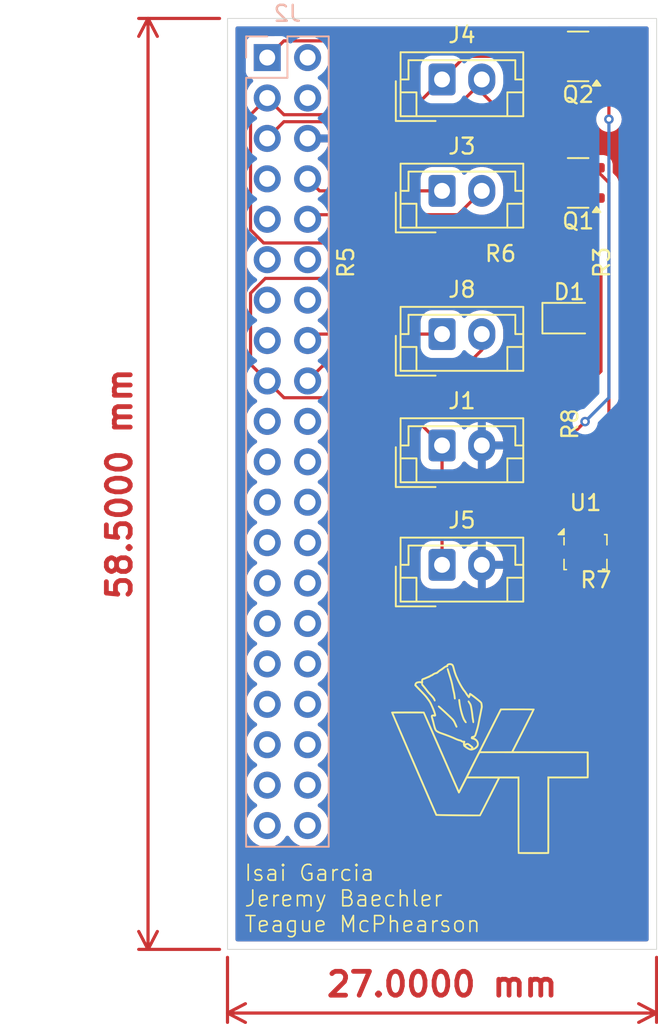
<source format=kicad_pcb>
(kicad_pcb (version 20240108) (generator "pcbnew") (generator_version "8.0")
  (layers (0 "F.Cu" signal) (31 "B.Cu" signal) (34 "B.Paste" user) (35 "F.Paste" user) (36 "B.SilkS" user "B.Silkscreen") (37 "F.SilkS" user "F.Silkscreen") (38 "B.Mask" user) (39 "F.Mask" user) (44 "Edge.Cuts" user))
  (net 0 "")
  (net 1 "GND")
  (net 2 "5V")
  (net 3 "Net-(D1-A)")
  (net 4 "VCC")
  (net 11 "/TXD")
  (net 17 "/SDI{slash}SDA")
  (net 21 "/SCK{slash}SCL")
  (net 22 "3.3V")
  (net 27 "/SEL1")
  (net 31 "/SEL2")
  (net 35 "/RXD")
  (net 41 "/SCK_3V")
  (net 42 "/SDI_3V")
  (footprint "Connector_JST:JST_EH_B2B-EH-A_1x02_P2.50mm_Vertical" (layer "F.Cu") (at 103.5 86.335)
    (property "Reference" "J8" (at 1.25 -2.8 0) (layer "F.SilkS"))
    (property "Value" "Conn_01x02")
    (pad "1" thru_hole roundrect (at 0 0) (size 1.7 2) (drill 1) (layers "*.Cu" "*.Mask") (roundrect_rratio 0.147059) (net 27 "/SEL1"))
    (pad "2" thru_hole oval (at 2.5 0) (size 1.7 2) (drill 1) (layers "*.Cu" "*.Mask") (net 31 "/SEL2"))
  )
  (footprint "Connector_JST:JST_EH_B2B-EH-A_1x02_P2.50mm_Vertical" (layer "F.Cu") (at 103.5 100.835)
    (property "Reference" "J5" (at 1.25 -2.8 0) (layer "F.SilkS"))
    (property "Value" "Conn_01x02")
    (pad "1" thru_hole roundrect (at 0 0) (size 1.7 2) (drill 1) (layers "*.Cu" "*.Mask") (roundrect_rratio 0.147059) (net 4 "VCC"))
    (pad "2" thru_hole oval (at 2.5 0) (size 1.7 2) (drill 1) (layers "*.Cu" "*.Mask") (net 1 "GND"))
  )
  (footprint "LOGO" (layer "F.Cu") (at 106.5 113)
    (property "Reference" "G***" (hide yes))
    (property "Value" "LOGO" (hide yes))
  )
  (footprint "Package_TO_SOT_SMD:SOT-23" (layer "F.Cu") (at 112.0625 68.885 180)
    (property "Reference" "Q2" (at 0 -2.4 180) (layer "F.SilkS"))
    (property "Value" "BSS138")
    (pad "1" smd roundrect (at -0.9375 -0.95 180) (size 1.475 0.6) (layers "F.Cu" "F.Paste" "F.Mask") (net 22 "3.3V"))
    (pad "2" smd roundrect (at -0.9375 0.95 180) (size 1.475 0.6) (layers "F.Cu" "F.Paste" "F.Mask") (net 42 "/SDI_3V"))
    (pad "3" smd roundrect (at 0.9375 0 180) (size 1.475 0.6) (layers "F.Cu" "F.Paste" "F.Mask") (net 17 "/SDI{slash}SDA"))
  )
  (footprint "Resistor_SMD:R_0201_0603Metric" (layer "F.Cu") (at 112.5 81.835 -90)
    (property "Reference" "R3" (at 0 -1.05 90) (layer "F.SilkS"))
    (property "Value" "10K")
    (pad "1" smd roundrect (at -0.32 0 270) (size 0.46 0.4) (layers "F.Cu" "F.Mask") (net 22 "3.3V"))
    (pad "2" smd roundrect (at 0.32 0 270) (size 0.46 0.4) (layers "F.Cu" "F.Mask") (net 3 "Net-(D1-A)"))
  )
  (footprint "LED_SMD:LED_0805_2012Metric" (layer "F.Cu") (at 111.5 85.335)
    (property "Reference" "D1" (at 0 -1.65 0) (layer "F.SilkS"))
    (property "Value" "GREEN")
    (pad "1" smd roundrect (at -0.9375 0) (size 0.975 1.4) (layers "F.Cu" "F.Paste" "F.Mask") (net 1 "GND"))
    (pad "2" smd roundrect (at 0.9375 0) (size 0.975 1.4) (layers "F.Cu" "F.Paste" "F.Mask") (net 3 "Net-(D1-A)"))
  )
  (footprint "Resistor_SMD:R_0201_0603Metric" (layer "F.Cu") (at 113.18 102.835)
    (property "Reference" "R7" (at 0 -1.05 0) (layer "F.SilkS"))
    (property "Value" "10K")
    (pad "1" smd roundrect (at -0.32 0) (size 0.46 0.4) (layers "F.Cu" "F.Mask") (net 22 "3.3V"))
    (pad "2" smd roundrect (at 0.32 0) (size 0.46 0.4) (layers "F.Cu" "F.Mask") (net 41 "/SCK_3V"))
  )
  (footprint "Connector_JST:JST_EH_B2B-EH-A_1x02_P2.50mm_Vertical" (layer "F.Cu") (at 103.5 93.335)
    (property "Reference" "J1" (at 1.25 -2.8 0) (layer "F.SilkS"))
    (property "Value" "Conn_01x02")
    (pad "1" thru_hole roundrect (at 0 0) (size 1.7 2) (drill 1) (layers "*.Cu" "*.Mask") (roundrect_rratio 0.147059) (net 4 "VCC"))
    (pad "2" thru_hole oval (at 2.5 0) (size 1.7 2) (drill 1) (layers "*.Cu" "*.Mask") (net 1 "GND"))
  )
  (footprint "Package_LGA:Bosch_LGA-8_2x2.5mm_P0.65mm_ClockwisePinNumbering" (layer "F.Cu") (at 112.525 100.035)
    (property "Reference" "U1" (at 0 -3.1 0) (layer "F.SilkS"))
    (property "Value" "BMP280")
    (pad "1" smd rect (at -0.975 -0.8 90) (size 0.5 0.35) (layers "F.Cu" "F.Paste" "F.Mask") (net 1 "GND"))
    (pad "2" smd rect (at -0.325 -0.8 90) (size 0.5 0.35) (layers "F.Cu" "F.Paste" "F.Mask"))
    (pad "3" smd rect (at 0.325 -0.8 90) (size 0.5 0.35) (layers "F.Cu" "F.Paste" "F.Mask") (net 42 "/SDI_3V"))
    (pad "4" smd rect (at 0.975 -0.8 90) (size 0.5 0.35) (layers "F.Cu" "F.Paste" "F.Mask") (net 41 "/SCK_3V"))
    (pad "5" smd rect (at 0.975 0.8 90) (size 0.5 0.35) (layers "F.Cu" "F.Paste" "F.Mask"))
    (pad "6" smd rect (at 0.325 0.8 90) (size 0.5 0.35) (layers "F.Cu" "F.Paste" "F.Mask") (net 22 "3.3V"))
    (pad "7" smd rect (at -0.325 0.8 90) (size 0.5 0.35) (layers "F.Cu" "F.Paste" "F.Mask") (net 1 "GND"))
    (pad "8" smd rect (at -0.975 0.8 90) (size 0.5 0.35) (layers "F.Cu" "F.Paste" "F.Mask") (net 22 "3.3V"))
  )
  (footprint "Connector_JST:JST_EH_B2B-EH-A_1x02_P2.50mm_Vertical" (layer "F.Cu") (at 103.5 77.335)
    (property "Reference" "J3" (at 1.25 -2.8 0) (layer "F.SilkS"))
    (property "Value" "Conn_01x02")
    (pad "1" thru_hole roundrect (at 0 0) (size 1.7 2) (drill 1) (layers "*.Cu" "*.Mask") (roundrect_rratio 0.147059) (net 11 "/TXD"))
    (pad "2" thru_hole oval (at 2.5 0) (size 1.7 2) (drill 1) (layers "*.Cu" "*.Mask") (net 35 "/RXD"))
  )
  (footprint "Resistor_SMD:R_0201_0603Metric" (layer "F.Cu") (at 98.5 81.835 90)
    (property "Reference" "R5" (at 0 -1.05 -90) (layer "F.SilkS"))
    (property "Value" "10K")
    (pad "1" smd roundrect (at -0.32 0 90) (size 0.46 0.4) (layers "F.Cu" "F.Mask") (net 4 "VCC"))
    (pad "2" smd roundrect (at 0.32 0 90) (size 0.46 0.4) (layers "F.Cu" "F.Mask") (net 17 "/SDI{slash}SDA"))
  )
  (footprint "Package_TO_SOT_SMD:SOT-23" (layer "F.Cu") (at 112.0625 76.835 180)
    (property "Reference" "Q1" (at 0 -2.4 180) (layer "F.SilkS"))
    (property "Value" "BSS138")
    (pad "1" smd roundrect (at -0.9375 -0.95 180) (size 1.475 0.6) (layers "F.Cu" "F.Paste" "F.Mask") (net 22 "3.3V"))
    (pad "2" smd roundrect (at -0.9375 0.95 180) (size 1.475 0.6) (layers "F.Cu" "F.Paste" "F.Mask") (net 41 "/SCK_3V"))
    (pad "3" smd roundrect (at 0.9375 0 180) (size 1.475 0.6) (layers "F.Cu" "F.Paste" "F.Mask") (net 21 "/SCK{slash}SCL"))
  )
  (footprint "Resistor_SMD:R_0201_0603Metric" (layer "F.Cu") (at 110.5 91.99 -90)
    (property "Reference" "R8" (at 0 -1.05 90) (layer "F.SilkS"))
    (property "Value" "10K")
    (pad "1" smd roundrect (at -0.32 0 270) (size 0.46 0.4) (layers "F.Cu" "F.Mask") (net 22 "3.3V"))
    (pad "2" smd roundrect (at 0.32 0 270) (size 0.46 0.4) (layers "F.Cu" "F.Mask") (net 42 "/SDI_3V"))
  )
  (footprint "Connector_JST:JST_EH_B2B-EH-A_1x02_P2.50mm_Vertical" (layer "F.Cu") (at 103.5 70.335)
    (property "Reference" "J4" (at 1.25 -2.8 0) (layer "F.SilkS"))
    (property "Value" "Conn_01x02")
    (pad "1" thru_hole roundrect (at 0 0) (size 1.7 2) (drill 1) (layers "*.Cu" "*.Mask") (roundrect_rratio 0.147059) (net 17 "/SDI{slash}SDA"))
    (pad "2" thru_hole oval (at 2.5 0) (size 1.7 2) (drill 1) (layers "*.Cu" "*.Mask") (net 21 "/SCK{slash}SCL"))
  )
  (footprint "Resistor_SMD:R_0201_0603Metric" (layer "F.Cu") (at 107.18 82.335)
    (property "Reference" "R6" (at 0 -1.05 0) (layer "F.SilkS"))
    (property "Value" "10K")
    (pad "1" smd roundrect (at -0.32 0) (size 0.46 0.4) (layers "F.Cu" "F.Mask") (net 4 "VCC"))
    (pad "2" smd roundrect (at 0.32 0) (size 0.46 0.4) (layers "F.Cu" "F.Mask") (net 21 "/SCK{slash}SCL"))
  )
  (footprint "Connector_PinSocket_2.54mm:PinSocket_2x20_P2.54mm_Vertical" (layer "B.Cu") (at 92.5 68.96 180)
    (property "Reference" "J2" (at -1.27 2.77 180) (layer "B.SilkS") (effects (justify mirror)))
    (property "Value" "Conn_02x20_Odd_Even")
    (pad "1" thru_hole rect (at 0 0 180) (size 1.7 1.7) (drill 1) (layers "*.Cu" "*.Mask") (net 22 "3.3V"))
    (pad "2" thru_hole oval (at -2.54 0 180) (size 1.7 1.7) (drill 1) (layers "*.Cu" "*.Mask") (net 2 "5V"))
    (pad "3" thru_hole oval (at 0 -2.54 180) (size 1.7 1.7) (drill 1) (layers "*.Cu" "*.Mask") (net 17 "/SDI{slash}SDA"))
    (pad "4" thru_hole oval (at -2.54 -2.54 180) (size 1.7 1.7) (drill 1) (layers "*.Cu" "*.Mask") (net 2 "5V"))
    (pad "5" thru_hole oval (at 0 -5.08 180) (size 1.7 1.7) (drill 1) (layers "*.Cu" "*.Mask") (net 21 "/SCK{slash}SCL"))
    (pad "6" thru_hole oval (at -2.54 -5.08 180) (size 1.7 1.7) (drill 1) (layers "*.Cu" "*.Mask") (net 1 "GND"))
    (pad "7" thru_hole oval (at 0 -7.62 180) (size 1.7 1.7) (drill 1) (layers "*.Cu" "*.Mask"))
    (pad "8" thru_hole oval (at -2.54 -7.62 180) (size 1.7 1.7) (drill 1) (layers "*.Cu" "*.Mask") (net 11 "/TXD"))
    (pad "9" thru_hole oval (at 0 -10.16 180) (size 1.7 1.7) (drill 1) (layers "*.Cu" "*.Mask"))
    (pad "10" thru_hole oval (at -2.54 -10.16 180) (size 1.7 1.7) (drill 1) (layers "*.Cu" "*.Mask") (net 35 "/RXD"))
    (pad "11" thru_hole oval (at 0 -12.7 180) (size 1.7 1.7) (drill 1) (layers "*.Cu" "*.Mask"))
    (pad "12" thru_hole oval (at -2.54 -12.7 180) (size 1.7 1.7) (drill 1) (layers "*.Cu" "*.Mask"))
    (pad "13" thru_hole oval (at 0 -15.24 180) (size 1.7 1.7) (drill 1) (layers "*.Cu" "*.Mask"))
    (pad "14" thru_hole oval (at -2.54 -15.24 180) (size 1.7 1.7) (drill 1) (layers "*.Cu" "*.Mask"))
    (pad "15" thru_hole oval (at 0 -17.78 180) (size 1.7 1.7) (drill 1) (layers "*.Cu" "*.Mask"))
    (pad "16" thru_hole oval (at -2.54 -17.78 180) (size 1.7 1.7) (drill 1) (layers "*.Cu" "*.Mask") (net 27 "/SEL1"))
    (pad "17" thru_hole oval (at 0 -20.32 180) (size 1.7 1.7) (drill 1) (layers "*.Cu" "*.Mask") (net 4 "VCC"))
    (pad "18" thru_hole oval (at -2.54 -20.32 180) (size 1.7 1.7) (drill 1) (layers "*.Cu" "*.Mask") (net 31 "/SEL2"))
    (pad "19" thru_hole oval (at 0 -22.86 180) (size 1.7 1.7) (drill 1) (layers "*.Cu" "*.Mask"))
    (pad "20" thru_hole oval (at -2.54 -22.86 180) (size 1.7 1.7) (drill 1) (layers "*.Cu" "*.Mask"))
    (pad "21" thru_hole oval (at 0 -25.4 180) (size 1.7 1.7) (drill 1) (layers "*.Cu" "*.Mask"))
    (pad "22" thru_hole oval (at -2.54 -25.4 180) (size 1.7 1.7) (drill 1) (layers "*.Cu" "*.Mask"))
    (pad "23" thru_hole oval (at 0 -27.94 180) (size 1.7 1.7) (drill 1) (layers "*.Cu" "*.Mask"))
    (pad "24" thru_hole oval (at -2.54 -27.94 180) (size 1.7 1.7) (drill 1) (layers "*.Cu" "*.Mask"))
    (pad "25" thru_hole oval (at 0 -30.48 180) (size 1.7 1.7) (drill 1) (layers "*.Cu" "*.Mask"))
    (pad "26" thru_hole oval (at -2.54 -30.48 180) (size 1.7 1.7) (drill 1) (layers "*.Cu" "*.Mask"))
    (pad "27" thru_hole oval (at 0 -33.02 180) (size 1.7 1.7) (drill 1) (layers "*.Cu" "*.Mask"))
    (pad "28" thru_hole oval (at -2.54 -33.02 180) (size 1.7 1.7) (drill 1) (layers "*.Cu" "*.Mask"))
    (pad "29" thru_hole oval (at 0 -35.56 180) (size 1.7 1.7) (drill 1) (layers "*.Cu" "*.Mask"))
    (pad "30" thru_hole oval (at -2.54 -35.56 180) (size 1.7 1.7) (drill 1) (layers "*.Cu" "*.Mask"))
    (pad "31" thru_hole oval (at 0 -38.1 180) (size 1.7 1.7) (drill 1) (layers "*.Cu" "*.Mask"))
    (pad "32" thru_hole oval (at -2.54 -38.1 180) (size 1.7 1.7) (drill 1) (layers "*.Cu" "*.Mask"))
    (pad "33" thru_hole oval (at 0 -40.64 180) (size 1.7 1.7) (drill 1) (layers "*.Cu" "*.Mask"))
    (pad "34" thru_hole oval (at -2.54 -40.64 180) (size 1.7 1.7) (drill 1) (layers "*.Cu" "*.Mask"))
    (pad "35" thru_hole oval (at 0 -43.18 180) (size 1.7 1.7) (drill 1) (layers "*.Cu" "*.Mask"))
    (pad "36" thru_hole oval (at -2.54 -43.18 180) (size 1.7 1.7) (drill 1) (layers "*.Cu" "*.Mask"))
    (pad "37" thru_hole oval (at 0 -45.72 180) (size 1.7 1.7) (drill 1) (layers "*.Cu" "*.Mask"))
    (pad "38" thru_hole oval (at -2.54 -45.72 180) (size 1.7 1.7) (drill 1) (layers "*.Cu" "*.Mask"))
    (pad "39" thru_hole oval (at 0 -48.26 180) (size 1.7 1.7) (drill 1) (layers "*.Cu" "*.Mask"))
    (pad "40" thru_hole oval (at -2.54 -48.26 180) (size 1.7 1.7) (drill 1) (layers "*.Cu" "*.Mask"))
  )
  (gr_rect (start 90 66.5) (end 117 125) (stroke (width 0.05)) (fill none) (layer "Edge.Cuts"))
  (gr_text "Isai Garcia\nJeremy Baechler\nTeague McPhearson" (at 91 124 0) (layer "F.SilkS") (effects (font (size 1 1) (thickness 0.1)) (justify left bottom)))
  (dimension (type aligned) (layer "F.Cu") (pts (xy 90 125) (xy 90 66.5)) (height -5) (gr_text "58.5000 mm" (at 83.2 95.75 90) (layer "F.Cu") (effects (font (size 1.5 1.5) (thickness 0.3)))) (format (prefix "") (suffix "") (units 3) (units_format 1) (precision 4)) (style (thickness 0.2) (arrow_length 1.27) (text_position_mode 0) (extension_height 0.58642) (extension_offset 0.5) keep_text_aligned))
  (dimension (type aligned) (layer "F.Cu") (pts (xy 90 125) (xy 117 125)) (height 4) (gr_text "27.0000 mm" (at 103.5 127.2 0) (layer "F.Cu") (effects (font (size 1.5 1.5) (thickness 0.3)))) (format (prefix "") (suffix "") (units 3) (units_format 1) (precision 4)) (style (thickness 0.2) (arrow_length 1.27) (text_position_mode 0) (extension_height 0.58642) (extension_offset 0.5) keep_text_aligned))
  (segment (start 106 100.835) (end 106 93.335) (width 0.2) (layer "F.Cu") (net 1))
  (segment (start 112.5 85.2725) (end 112.4375 85.335) (width 0.2) (layer "F.Cu") (net 3))
  (segment (start 112.5 82.155) (end 112.5 85.2725) (width 0.2) (layer "F.Cu") (net 3))
  (segment (start 106.86 82.335) (end 98.68 82.335) (width 0.2) (layer "F.Cu") (net 4))
  (segment (start 91.45 88.23) (end 92.5 89.28) (width 0.2) (layer "F.Cu") (net 4))
  (segment (start 97.82 82.835) (end 92.380075 82.835) (width 0.2) (layer "F.Cu") (net 4))
  (segment (start 98.68 82.335) (end 98.5 82.155) (width 0.2) (layer "F.Cu") (net 4))
  (segment (start 93.555 90.335) (end 92.5 89.28) (width 0.2) (layer "F.Cu") (net 4))
  (segment (start 91.45 83.765075) (end 91.45 88.23) (width 0.2) (layer "F.Cu") (net 4))
  (segment (start 92.380075 82.835) (end 91.45 83.765075) (width 0.2) (layer "F.Cu") (net 4))
  (segment (start 98.5 82.155) (end 97.82 82.835) (width 0.2) (layer "F.Cu") (net 4))
  (segment (start 100.5 90.335) (end 93.555 90.335) (width 0.2) (layer "F.Cu") (net 4))
  (segment (start 103.5 93.335) (end 100.5 90.335) (width 0.2) (layer "F.Cu") (net 4))
  (segment (start 103.5 100.835) (end 103.5 93.335) (width 0.2) (layer "F.Cu") (net 4))
  (segment (start 103.5 77.335) (end 95.795 77.335) (width 0.2) (layer "F.Cu") (net 11))
  (segment (start 95.795 77.335) (end 95.04 76.58) (width 0.2) (layer "F.Cu") (net 11))
  (segment (start 98.5 81.515) (end 97.595 80.61) (width 0.2) (layer "F.Cu") (net 17))
  (segment (start 93.55 72.55) (end 92.5 71.5) (width 0.2) (layer "F.Cu") (net 17))
  (segment (start 103.5 70.335) (end 101.285 72.55) (width 0.2) (layer "F.Cu") (net 17))
  (segment (start 92.275 80.61) (end 91.45 79.785) (width 0.2) (layer "F.Cu") (net 17))
  (segment (start 91.45 72.55) (end 92.5 71.5) (width 0.2) (layer "F.Cu") (net 17))
  (segment (start 101.285 72.55) (end 93.55 72.55) (width 0.2) (layer "F.Cu") (net 17))
  (segment (start 111.125 68.885) (end 104.95 68.885) (width 0.2) (layer "F.Cu") (net 17))
  (segment (start 104.95 68.885) (end 103.5 70.335) (width 0.2) (layer "F.Cu") (net 17))
  (segment (start 91.45 79.785) (end 91.45 72.55) (width 0.2) (layer "F.Cu") (net 17))
  (segment (start 97.595 80.61) (end 92.275 80.61) (width 0.2) (layer "F.Cu") (net 17))
  (segment (start 106 70.335) (end 106 70.485) (width 0.2) (layer "F.Cu") (net 21))
  (segment (start 106 70.485) (end 103.495 72.99) (width 0.2) (layer "F.Cu") (net 21))
  (segment (start 103.495 72.99) (end 93.55 72.99) (width 0.2) (layer "F.Cu") (net 21))
  (segment (start 107.5 82.335) (end 109.5625 82.335) (width 0.2) (layer "F.Cu") (net 21))
  (segment (start 111.125 80.7725) (end 111.125 76.835) (width 0.2) (layer "F.Cu") (net 21))
  (segment (start 106 71.16) (end 106 70.335) (width 0.2) (layer "F.Cu") (net 21))
  (segment (start 93.55 72.99) (end 92.5 74.04) (width 0.2) (layer "F.Cu") (net 21))
  (segment (start 111.125 76.835) (end 111.125 76.285) (width 0.2) (layer "F.Cu") (net 21))
  (segment (start 111.125 76.285) (end 106 71.16) (width 0.2) (layer "F.Cu") (net 21))
  (segment (start 109.5625 82.335) (end 111.125 80.7725) (width 0.2) (layer "F.Cu") (net 21))
  (segment (start 112.86 102.835) (end 112.86 100.845) (width 0.2) (layer "F.Cu") (net 22))
  (segment (start 113 69.835) (end 113 69.335) (width 0.2) (layer "F.Cu") (net 22))
  (segment (start 112.0625 76.8475) (end 113 77.785) (width 0.2) (layer "F.Cu") (net 22))
  (segment (start 110.5 91.67) (end 110.300001 91.67) (width 0.2) (layer "F.Cu") (net 22))
  (segment (start 111.525 100.81) (end 111.525 100.685) (width 0.2) (layer "F.Cu") (net 22))
  (segment (start 110 99.285) (end 111.55 100.835) (width 0.2) (layer "F.Cu") (net 22))
  (segment (start 110.5 91.67) (end 113.5 88.67) (width 0.2) (layer "F.Cu") (net 22))
  (segment (start 110 91.970001) (end 110 99.285) (width 0.2) (layer "F.Cu") (net 22))
  (segment (start 112.5 81.515) (end 112.5 78.285) (width 0.2) (layer "F.Cu") (net 22))
  (segment (start 112.85 100.76) (end 112.85 100.835) (width 0.2) (layer "F.Cu") (net 22))
  (segment (start 113.5 88.67) (end 113.5 82.315001) (width 0.2) (layer "F.Cu") (net 22))
  (segment (start 93.55 67.91) (end 92.5 68.96) (width 0.2) (layer "F.Cu") (net 22))
  (segment (start 111.55 100.835) (end 111.525 100.81) (width 0.2) (layer "F.Cu") (net 22))
  (segment (start 112.699999 81.515) (end 112.5 81.515) (width 0.2) (layer "F.Cu") (net 22))
  (segment (start 113.5 82.315001) (end 112.699999 81.515) (width 0.2) (layer "F.Cu") (net 22))
  (segment (start 110.300001 91.67) (end 110 91.970001) (width 0.2) (layer "F.Cu") (net 22))
  (segment (start 112.86 100.845) (end 112.85 100.835) (width 0.2) (layer "F.Cu") (net 22))
  (segment (start 112.0625 70.7725) (end 112.0625 76.8475) (width 0.2) (layer "F.Cu") (net 22))
  (segment (start 111.575 67.91) (end 93.55 67.91) (width 0.2) (layer "F.Cu") (net 22))
  (segment (start 112.425 100.335) (end 112.85 100.76) (width 0.2) (layer "F.Cu") (net 22))
  (segment (start 111.875 100.335) (end 112.425 100.335) (width 0.2) (layer "F.Cu") (net 22))
  (segment (start 112.5 78.285) (end 113 77.785) (width 0.2) (layer "F.Cu") (net 22))
  (segment (start 111.525 100.685) (end 111.875 100.335) (width 0.2) (layer "F.Cu") (net 22))
  (segment (start 113 69.835) (end 112.0625 70.7725) (width 0.2) (layer "F.Cu") (net 22))
  (segment (start 113 69.335) (end 111.575 67.91) (width 0.2) (layer "F.Cu") (net 22))
  (segment (start 103.5 86.335) (end 95.445 86.335) (width 0.2) (layer "F.Cu") (net 27))
  (segment (start 95.445 86.335) (end 95.04 86.74) (width 0.2) (layer "F.Cu") (net 27))
  (segment (start 106 87.335) (end 105 88.335) (width 0.2) (layer "F.Cu") (net 31))
  (segment (start 106 86.335) (end 106 87.335) (width 0.2) (layer "F.Cu") (net 31))
  (segment (start 105 88.335) (end 95.985 88.335) (width 0.2) (layer "F.Cu") (net 31))
  (segment (start 95.985 88.335) (end 95.04 89.28) (width 0.2) (layer "F.Cu") (net 31))
  (segment (start 104.5 78.835) (end 95.325 78.835) (width 0.2) (layer "F.Cu") (net 35))
  (segment (start 106 77.335) (end 104.5 78.835) (width 0.2) (layer "F.Cu") (net 35))
  (segment (start 95.325 78.835) (end 95.04 79.12) (width 0.2) (layer "F.Cu") (net 35))
  (segment (start 114 76.8225) (end 114 98.7975) (width 0.2) (layer "F.Cu") (net 41))
  (segment (start 113.875 99.61) (end 113.5 99.235) (width 0.2) (layer "F.Cu") (net 41))
  (segment (start 113.5 102.835) (end 113.875 102.46) (width 0.2) (layer "F.Cu") (net 41))
  (segment (start 113.875 102.46) (end 113.875 99.61) (width 0.2) (layer "F.Cu") (net 41))
  (segment (start 114 98.7975) (end 113.5625 99.235) (width 0.2) (layer "F.Cu") (net 41))
  (segment (start 113.0625 75.885) (end 114 76.8225) (width 0.2) (layer "F.Cu") (net 41))
  (segment (start 114 72.835) (end 114 68.935) (width 0.2) (layer "F.Cu") (net 42))
  (segment (start 110.5 92.31) (end 110.5125 92.3225) (width 0.2) (layer "F.Cu") (net 42))
  (segment (start 114 68.935) (end 113 67.935) (width 0.2) (layer "F.Cu") (net 42))
  (segment (start 112.0125 92.3225) (end 112.5 91.835) (width 0.2) (layer "F.Cu") (net 42))
  (segment (start 110.5125 92.3225) (end 112.0125 92.3225) (width 0.2) (layer "F.Cu") (net 42))
  (segment (start 110.5 92.31) (end 112.85 94.66) (width 0.2) (layer "F.Cu") (net 42))
  (segment (start 112.85 94.66) (end 112.85 99.235) (width 0.2) (layer "F.Cu") (net 42))
  (via (at 114 72.835) (size 0.6) (drill 0.3) (layers "F.Cu" "B.Cu") (net 42))
  (via (at 112.5 91.835) (size 0.6) (drill 0.3) (layers "F.Cu" "B.Cu") (net 42))
  (segment (start 114 90.335) (end 114 72.835) (width 0.2) (layer "B.Cu") (net 42))
  (segment (start 112.5 91.835) (end 114 90.335) (width 0.2) (layer "B.Cu") (net 42))
  (zone (net 1) (net_name "GND") (layers "F&B.Cu") (connect_pads (clearance 0.5)) (min_thickness 0.25) (fill yes (thermal_gap 0.5) (thermal_bridge_width 0.5))
    (polygon (pts (xy 90 66.5) (xy 90 125) (xy 117 125) (xy 117 66.5)))
  )
)
</source>
